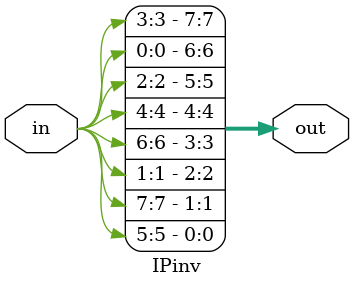
<source format=v>
module IPinv (in, out);
input [0:7] in;
output [0:7] out;

assign out = {in[4-1], in[1-1], in[3-1], in[5-1], in[7-1], in[2-1], in[8-1], in[6-1]}; 
endmodule
</source>
